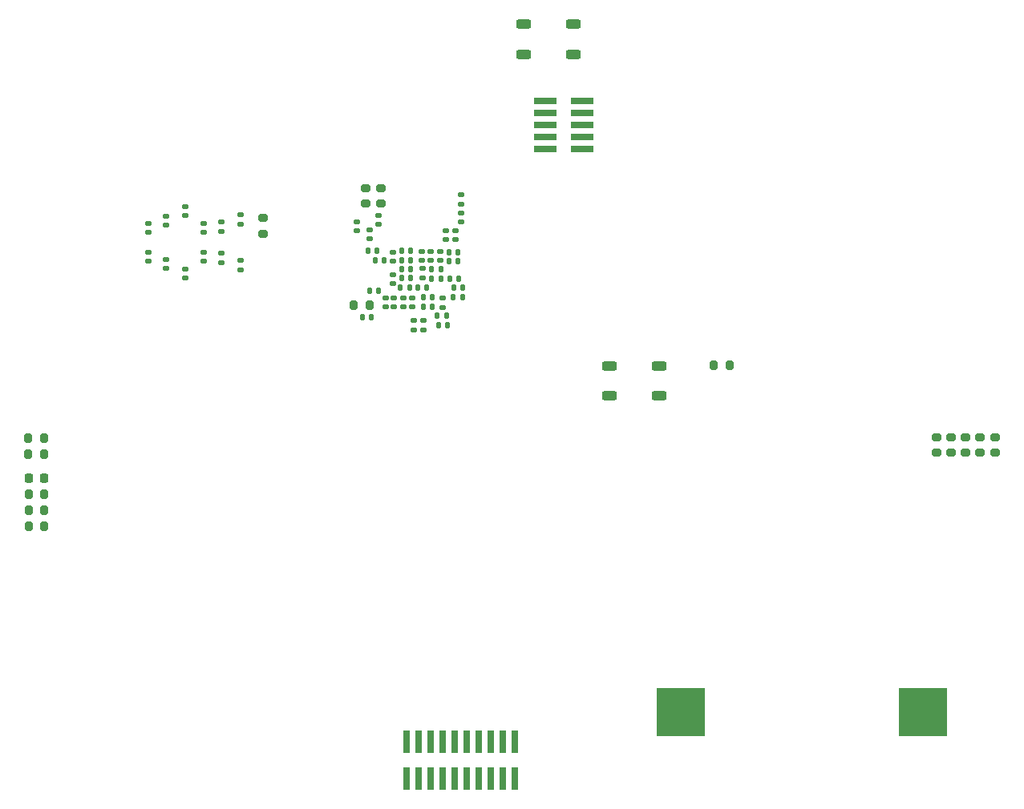
<source format=gbp>
%TF.GenerationSoftware,KiCad,Pcbnew,9.0.5*%
%TF.CreationDate,2025-11-15T17:56:55+00:00*%
%TF.ProjectId,gk,676b2e6b-6963-4616-945f-706362585858,rev?*%
%TF.SameCoordinates,Original*%
%TF.FileFunction,Paste,Bot*%
%TF.FilePolarity,Positive*%
%FSLAX46Y46*%
G04 Gerber Fmt 4.6, Leading zero omitted, Abs format (unit mm)*
G04 Created by KiCad (PCBNEW 9.0.5) date 2025-11-15 17:56:55*
%MOMM*%
%LPD*%
G01*
G04 APERTURE LIST*
G04 Aperture macros list*
%AMRoundRect*
0 Rectangle with rounded corners*
0 $1 Rounding radius*
0 $2 $3 $4 $5 $6 $7 $8 $9 X,Y pos of 4 corners*
0 Add a 4 corners polygon primitive as box body*
4,1,4,$2,$3,$4,$5,$6,$7,$8,$9,$2,$3,0*
0 Add four circle primitives for the rounded corners*
1,1,$1+$1,$2,$3*
1,1,$1+$1,$4,$5*
1,1,$1+$1,$6,$7*
1,1,$1+$1,$8,$9*
0 Add four rect primitives between the rounded corners*
20,1,$1+$1,$2,$3,$4,$5,0*
20,1,$1+$1,$4,$5,$6,$7,0*
20,1,$1+$1,$6,$7,$8,$9,0*
20,1,$1+$1,$8,$9,$2,$3,0*%
G04 Aperture macros list end*
%ADD10RoundRect,0.250000X0.525000X0.250000X-0.525000X0.250000X-0.525000X-0.250000X0.525000X-0.250000X0*%
%ADD11RoundRect,0.140000X0.170000X-0.140000X0.170000X0.140000X-0.170000X0.140000X-0.170000X-0.140000X0*%
%ADD12RoundRect,0.200000X-0.200000X-0.275000X0.200000X-0.275000X0.200000X0.275000X-0.200000X0.275000X0*%
%ADD13RoundRect,0.140000X-0.170000X0.140000X-0.170000X-0.140000X0.170000X-0.140000X0.170000X0.140000X0*%
%ADD14R,0.740000X2.400000*%
%ADD15RoundRect,0.200000X0.275000X-0.200000X0.275000X0.200000X-0.275000X0.200000X-0.275000X-0.200000X0*%
%ADD16RoundRect,0.140000X-0.140000X-0.170000X0.140000X-0.170000X0.140000X0.170000X-0.140000X0.170000X0*%
%ADD17RoundRect,0.140000X0.140000X0.170000X-0.140000X0.170000X-0.140000X-0.170000X0.140000X-0.170000X0*%
%ADD18RoundRect,0.200000X0.200000X0.275000X-0.200000X0.275000X-0.200000X-0.275000X0.200000X-0.275000X0*%
%ADD19RoundRect,0.225000X0.225000X0.250000X-0.225000X0.250000X-0.225000X-0.250000X0.225000X-0.250000X0*%
%ADD20RoundRect,0.200000X-0.275000X0.200000X-0.275000X-0.200000X0.275000X-0.200000X0.275000X0.200000X0*%
%ADD21R,2.400000X0.740000*%
%ADD22R,5.100000X5.100000*%
G04 APERTURE END LIST*
D10*
%TO.C,SW2*%
X109856991Y-92778939D03*
X104606991Y-92778939D03*
X109856991Y-95978939D03*
X104606991Y-95978939D03*
%TD*%
%TO.C,SW1*%
X100776491Y-56647439D03*
X95526491Y-56647439D03*
X100776491Y-59847439D03*
X95526491Y-59847439D03*
%TD*%
D11*
%TO.C,C80*%
X65641491Y-77811439D03*
X65641491Y-76851439D03*
%TD*%
D12*
%TO.C,R27*%
X43209991Y-100436439D03*
X44859991Y-100436439D03*
%TD*%
D13*
%TO.C,C35*%
X86688491Y-80674439D03*
X86688491Y-81634439D03*
%TD*%
%TO.C,C63*%
X88888491Y-76624439D03*
X88888491Y-77584439D03*
%TD*%
D14*
%TO.C,J11*%
X83165491Y-132497439D03*
X83165491Y-136397439D03*
X84435491Y-132497439D03*
X84435491Y-136397439D03*
X85705491Y-132497439D03*
X85705491Y-136397439D03*
X86975491Y-132497439D03*
X86975491Y-136397439D03*
X88245491Y-132497439D03*
X88245491Y-136397439D03*
X89515491Y-132497439D03*
X89515491Y-136397439D03*
X90785491Y-132497439D03*
X90785491Y-136397439D03*
X92055491Y-132497439D03*
X92055491Y-136397439D03*
X93325491Y-132497439D03*
X93325491Y-136397439D03*
X94595491Y-132497439D03*
X94595491Y-136397439D03*
%TD*%
D15*
%TO.C,R16*%
X140638491Y-101979439D03*
X140638491Y-100329439D03*
%TD*%
D16*
%TO.C,C56*%
X88158491Y-84554439D03*
X89118491Y-84554439D03*
%TD*%
%TO.C,C66*%
X85808491Y-83554439D03*
X86768491Y-83554439D03*
%TD*%
D11*
%TO.C,C93*%
X61704491Y-81748439D03*
X61704491Y-80788439D03*
%TD*%
D17*
%TO.C,C29*%
X83618491Y-82554439D03*
X82658491Y-82554439D03*
%TD*%
D11*
%TO.C,C44*%
X80938491Y-86584439D03*
X80938491Y-85624439D03*
%TD*%
D15*
%TO.C,R17*%
X143738491Y-101979439D03*
X143738491Y-100329439D03*
%TD*%
D17*
%TO.C,C13*%
X85868491Y-86554439D03*
X84908491Y-86554439D03*
%TD*%
D15*
%TO.C,R18*%
X139088491Y-101979439D03*
X139088491Y-100329439D03*
%TD*%
D13*
%TO.C,C57*%
X83938491Y-88024439D03*
X83938491Y-88984439D03*
%TD*%
D12*
%TO.C,R25*%
X43259991Y-108086439D03*
X44909991Y-108086439D03*
%TD*%
D13*
%TO.C,C89*%
X61704491Y-77740439D03*
X61704491Y-78700439D03*
%TD*%
D11*
%TO.C,C73*%
X63609491Y-78573439D03*
X63609491Y-77613439D03*
%TD*%
D13*
%TO.C,C67*%
X84738491Y-80674439D03*
X84738491Y-81634439D03*
%TD*%
%TO.C,C48*%
X81738491Y-80774439D03*
X81738491Y-81734439D03*
%TD*%
D17*
%TO.C,C68*%
X86768491Y-82604439D03*
X85808491Y-82604439D03*
%TD*%
D13*
%TO.C,C65*%
X87338491Y-78474439D03*
X87338491Y-79434439D03*
%TD*%
%TO.C,C61*%
X80188491Y-76874439D03*
X80188491Y-77834439D03*
%TD*%
D12*
%TO.C,R28*%
X43209991Y-102136439D03*
X44859991Y-102136439D03*
%TD*%
D13*
%TO.C,C71*%
X59799491Y-82566439D03*
X59799491Y-83526439D03*
%TD*%
D12*
%TO.C,R26*%
X43259991Y-109786439D03*
X44909991Y-109786439D03*
%TD*%
D16*
%TO.C,C43*%
X82508491Y-84554439D03*
X83468491Y-84554439D03*
%TD*%
D15*
%TO.C,R21*%
X145288491Y-101979439D03*
X145288491Y-100329439D03*
%TD*%
D11*
%TO.C,C16*%
X86938491Y-86603939D03*
X86938491Y-85643939D03*
%TD*%
%TO.C,C41*%
X83738491Y-86584439D03*
X83738491Y-85624439D03*
%TD*%
D16*
%TO.C,C26*%
X82658491Y-81604439D03*
X83618491Y-81604439D03*
%TD*%
D17*
%TO.C,C32*%
X80818491Y-81654439D03*
X79858491Y-81654439D03*
%TD*%
D16*
%TO.C,C27*%
X82658491Y-83504439D03*
X83618491Y-83504439D03*
%TD*%
%TO.C,C51*%
X88108491Y-85554439D03*
X89068491Y-85554439D03*
%TD*%
D18*
%TO.C,R38*%
X79227991Y-86377939D03*
X77577991Y-86377939D03*
%TD*%
D16*
%TO.C,C17*%
X84358491Y-84554439D03*
X85318491Y-84554439D03*
%TD*%
D19*
%TO.C,C99*%
X44859991Y-104686439D03*
X43309991Y-104686439D03*
%TD*%
D17*
%TO.C,C31*%
X83618491Y-80654439D03*
X82658491Y-80654439D03*
%TD*%
D20*
%TO.C,R13*%
X80488491Y-73979439D03*
X80488491Y-75629439D03*
%TD*%
D21*
%TO.C,J10*%
X101690000Y-64770000D03*
X97790000Y-64770000D03*
X101690000Y-66040000D03*
X97790000Y-66040000D03*
X101690000Y-67310000D03*
X97790000Y-67310000D03*
X101690000Y-68580000D03*
X97790000Y-68580000D03*
X101690000Y-69850000D03*
X97790000Y-69850000D03*
%TD*%
D16*
%TO.C,C12*%
X87608491Y-81754439D03*
X88568491Y-81754439D03*
%TD*%
D17*
%TO.C,C34*%
X80018491Y-80654439D03*
X79058491Y-80654439D03*
%TD*%
%TO.C,C33*%
X80218491Y-84854439D03*
X79258491Y-84854439D03*
%TD*%
D13*
%TO.C,C58*%
X84938491Y-88024439D03*
X84938491Y-88984439D03*
%TD*%
%TO.C,C70*%
X63609491Y-80915439D03*
X63609491Y-81875439D03*
%TD*%
D12*
%TO.C,R29*%
X43259991Y-106386439D03*
X44909991Y-106386439D03*
%TD*%
D16*
%TO.C,C14*%
X84908491Y-85554439D03*
X85868491Y-85554439D03*
%TD*%
D22*
%TO.C,BT1*%
X137684991Y-129408695D03*
X112084991Y-129408695D03*
%TD*%
D11*
%TO.C,C54*%
X79238491Y-79384439D03*
X79238491Y-78424439D03*
%TD*%
D13*
%TO.C,C77*%
X57767491Y-76978439D03*
X57767491Y-77938439D03*
%TD*%
D11*
%TO.C,C72*%
X59799491Y-76922439D03*
X59799491Y-75962439D03*
%TD*%
D13*
%TO.C,C30*%
X84838491Y-82524439D03*
X84838491Y-83484439D03*
%TD*%
D20*
%TO.C,R41*%
X78835291Y-73976240D03*
X78835291Y-75626240D03*
%TD*%
D11*
%TO.C,C46*%
X82788491Y-86584439D03*
X82788491Y-85624439D03*
%TD*%
D13*
%TO.C,C64*%
X88338491Y-78474439D03*
X88338491Y-79434439D03*
%TD*%
%TO.C,C79*%
X65613491Y-81674439D03*
X65613491Y-82634439D03*
%TD*%
D11*
%TO.C,C23*%
X77888491Y-78534439D03*
X77888491Y-77574439D03*
%TD*%
%TO.C,C62*%
X88888491Y-75684439D03*
X88888491Y-74724439D03*
%TD*%
D15*
%TO.C,R15*%
X67988491Y-78829439D03*
X67988491Y-77179439D03*
%TD*%
D11*
%TO.C,C88*%
X55862491Y-81748439D03*
X55862491Y-80788439D03*
%TD*%
%TO.C,C47*%
X81738491Y-84134439D03*
X81738491Y-83174439D03*
%TD*%
D13*
%TO.C,C39*%
X81838491Y-85624439D03*
X81838491Y-86584439D03*
%TD*%
D16*
%TO.C,C59*%
X86508491Y-88454439D03*
X87468491Y-88454439D03*
%TD*%
D11*
%TO.C,C69*%
X85738491Y-81634439D03*
X85738491Y-80674439D03*
%TD*%
%TO.C,C78*%
X57767491Y-82510439D03*
X57767491Y-81550439D03*
%TD*%
D16*
%TO.C,C49*%
X87608491Y-80754439D03*
X88568491Y-80754439D03*
%TD*%
D18*
%TO.C,R45*%
X117275000Y-92700000D03*
X115625000Y-92700000D03*
%TD*%
D13*
%TO.C,C87*%
X55862491Y-77740439D03*
X55862491Y-78700439D03*
%TD*%
D16*
%TO.C,C11*%
X87708491Y-83554439D03*
X88668491Y-83554439D03*
%TD*%
D17*
%TO.C,C55*%
X79468491Y-87654439D03*
X78508491Y-87654439D03*
%TD*%
D15*
%TO.C,R20*%
X142188491Y-101979439D03*
X142188491Y-100329439D03*
%TD*%
D16*
%TO.C,C60*%
X86408491Y-87504439D03*
X87368491Y-87504439D03*
%TD*%
M02*

</source>
